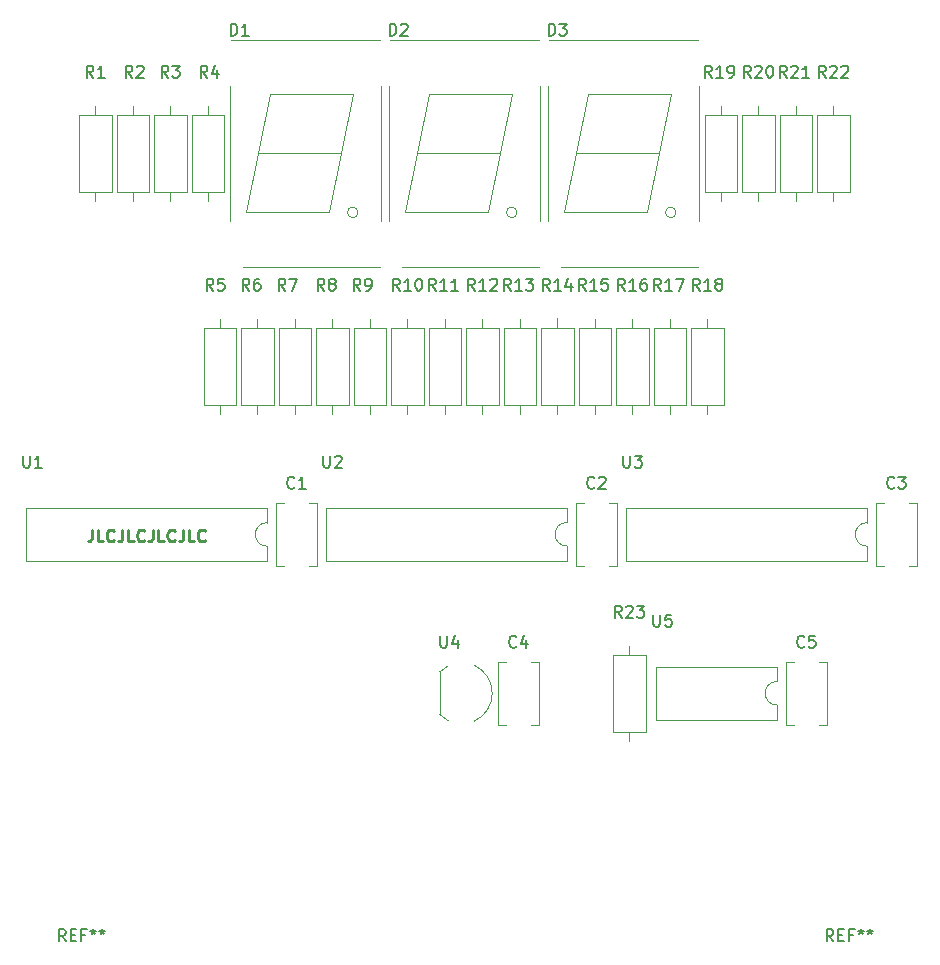
<source format=gbr>
G04 #@! TF.GenerationSoftware,KiCad,Pcbnew,7.0.10*
G04 #@! TF.CreationDate,2024-02-08T16:48:27+11:00*
G04 #@! TF.ProjectId,Desktop Thermometer USB-2,4465736b-746f-4702-9054-6865726d6f6d,rev?*
G04 #@! TF.SameCoordinates,Original*
G04 #@! TF.FileFunction,Legend,Top*
G04 #@! TF.FilePolarity,Positive*
%FSLAX46Y46*%
G04 Gerber Fmt 4.6, Leading zero omitted, Abs format (unit mm)*
G04 Created by KiCad (PCBNEW 7.0.10) date 2024-02-08 16:48:27*
%MOMM*%
%LPD*%
G01*
G04 APERTURE LIST*
%ADD10C,0.250000*%
%ADD11C,0.150000*%
%ADD12C,0.120000*%
G04 APERTURE END LIST*
D10*
X105898282Y-91814619D02*
X105898282Y-92528904D01*
X105898282Y-92528904D02*
X105850663Y-92671761D01*
X105850663Y-92671761D02*
X105755425Y-92767000D01*
X105755425Y-92767000D02*
X105612568Y-92814619D01*
X105612568Y-92814619D02*
X105517330Y-92814619D01*
X106850663Y-92814619D02*
X106374473Y-92814619D01*
X106374473Y-92814619D02*
X106374473Y-91814619D01*
X107755425Y-92719380D02*
X107707806Y-92767000D01*
X107707806Y-92767000D02*
X107564949Y-92814619D01*
X107564949Y-92814619D02*
X107469711Y-92814619D01*
X107469711Y-92814619D02*
X107326854Y-92767000D01*
X107326854Y-92767000D02*
X107231616Y-92671761D01*
X107231616Y-92671761D02*
X107183997Y-92576523D01*
X107183997Y-92576523D02*
X107136378Y-92386047D01*
X107136378Y-92386047D02*
X107136378Y-92243190D01*
X107136378Y-92243190D02*
X107183997Y-92052714D01*
X107183997Y-92052714D02*
X107231616Y-91957476D01*
X107231616Y-91957476D02*
X107326854Y-91862238D01*
X107326854Y-91862238D02*
X107469711Y-91814619D01*
X107469711Y-91814619D02*
X107564949Y-91814619D01*
X107564949Y-91814619D02*
X107707806Y-91862238D01*
X107707806Y-91862238D02*
X107755425Y-91909857D01*
X108469711Y-91814619D02*
X108469711Y-92528904D01*
X108469711Y-92528904D02*
X108422092Y-92671761D01*
X108422092Y-92671761D02*
X108326854Y-92767000D01*
X108326854Y-92767000D02*
X108183997Y-92814619D01*
X108183997Y-92814619D02*
X108088759Y-92814619D01*
X109422092Y-92814619D02*
X108945902Y-92814619D01*
X108945902Y-92814619D02*
X108945902Y-91814619D01*
X110326854Y-92719380D02*
X110279235Y-92767000D01*
X110279235Y-92767000D02*
X110136378Y-92814619D01*
X110136378Y-92814619D02*
X110041140Y-92814619D01*
X110041140Y-92814619D02*
X109898283Y-92767000D01*
X109898283Y-92767000D02*
X109803045Y-92671761D01*
X109803045Y-92671761D02*
X109755426Y-92576523D01*
X109755426Y-92576523D02*
X109707807Y-92386047D01*
X109707807Y-92386047D02*
X109707807Y-92243190D01*
X109707807Y-92243190D02*
X109755426Y-92052714D01*
X109755426Y-92052714D02*
X109803045Y-91957476D01*
X109803045Y-91957476D02*
X109898283Y-91862238D01*
X109898283Y-91862238D02*
X110041140Y-91814619D01*
X110041140Y-91814619D02*
X110136378Y-91814619D01*
X110136378Y-91814619D02*
X110279235Y-91862238D01*
X110279235Y-91862238D02*
X110326854Y-91909857D01*
X111041140Y-91814619D02*
X111041140Y-92528904D01*
X111041140Y-92528904D02*
X110993521Y-92671761D01*
X110993521Y-92671761D02*
X110898283Y-92767000D01*
X110898283Y-92767000D02*
X110755426Y-92814619D01*
X110755426Y-92814619D02*
X110660188Y-92814619D01*
X111993521Y-92814619D02*
X111517331Y-92814619D01*
X111517331Y-92814619D02*
X111517331Y-91814619D01*
X112898283Y-92719380D02*
X112850664Y-92767000D01*
X112850664Y-92767000D02*
X112707807Y-92814619D01*
X112707807Y-92814619D02*
X112612569Y-92814619D01*
X112612569Y-92814619D02*
X112469712Y-92767000D01*
X112469712Y-92767000D02*
X112374474Y-92671761D01*
X112374474Y-92671761D02*
X112326855Y-92576523D01*
X112326855Y-92576523D02*
X112279236Y-92386047D01*
X112279236Y-92386047D02*
X112279236Y-92243190D01*
X112279236Y-92243190D02*
X112326855Y-92052714D01*
X112326855Y-92052714D02*
X112374474Y-91957476D01*
X112374474Y-91957476D02*
X112469712Y-91862238D01*
X112469712Y-91862238D02*
X112612569Y-91814619D01*
X112612569Y-91814619D02*
X112707807Y-91814619D01*
X112707807Y-91814619D02*
X112850664Y-91862238D01*
X112850664Y-91862238D02*
X112898283Y-91909857D01*
X113612569Y-91814619D02*
X113612569Y-92528904D01*
X113612569Y-92528904D02*
X113564950Y-92671761D01*
X113564950Y-92671761D02*
X113469712Y-92767000D01*
X113469712Y-92767000D02*
X113326855Y-92814619D01*
X113326855Y-92814619D02*
X113231617Y-92814619D01*
X114564950Y-92814619D02*
X114088760Y-92814619D01*
X114088760Y-92814619D02*
X114088760Y-91814619D01*
X115469712Y-92719380D02*
X115422093Y-92767000D01*
X115422093Y-92767000D02*
X115279236Y-92814619D01*
X115279236Y-92814619D02*
X115183998Y-92814619D01*
X115183998Y-92814619D02*
X115041141Y-92767000D01*
X115041141Y-92767000D02*
X114945903Y-92671761D01*
X114945903Y-92671761D02*
X114898284Y-92576523D01*
X114898284Y-92576523D02*
X114850665Y-92386047D01*
X114850665Y-92386047D02*
X114850665Y-92243190D01*
X114850665Y-92243190D02*
X114898284Y-92052714D01*
X114898284Y-92052714D02*
X114945903Y-91957476D01*
X114945903Y-91957476D02*
X115041141Y-91862238D01*
X115041141Y-91862238D02*
X115183998Y-91814619D01*
X115183998Y-91814619D02*
X115279236Y-91814619D01*
X115279236Y-91814619D02*
X115422093Y-91862238D01*
X115422093Y-91862238D02*
X115469712Y-91909857D01*
D11*
X141819333Y-101705580D02*
X141771714Y-101753200D01*
X141771714Y-101753200D02*
X141628857Y-101800819D01*
X141628857Y-101800819D02*
X141533619Y-101800819D01*
X141533619Y-101800819D02*
X141390762Y-101753200D01*
X141390762Y-101753200D02*
X141295524Y-101657961D01*
X141295524Y-101657961D02*
X141247905Y-101562723D01*
X141247905Y-101562723D02*
X141200286Y-101372247D01*
X141200286Y-101372247D02*
X141200286Y-101229390D01*
X141200286Y-101229390D02*
X141247905Y-101038914D01*
X141247905Y-101038914D02*
X141295524Y-100943676D01*
X141295524Y-100943676D02*
X141390762Y-100848438D01*
X141390762Y-100848438D02*
X141533619Y-100800819D01*
X141533619Y-100800819D02*
X141628857Y-100800819D01*
X141628857Y-100800819D02*
X141771714Y-100848438D01*
X141771714Y-100848438D02*
X141819333Y-100896057D01*
X142676476Y-101134152D02*
X142676476Y-101800819D01*
X142438381Y-100753200D02*
X142200286Y-101467485D01*
X142200286Y-101467485D02*
X142819333Y-101467485D01*
X123023333Y-88243580D02*
X122975714Y-88291200D01*
X122975714Y-88291200D02*
X122832857Y-88338819D01*
X122832857Y-88338819D02*
X122737619Y-88338819D01*
X122737619Y-88338819D02*
X122594762Y-88291200D01*
X122594762Y-88291200D02*
X122499524Y-88195961D01*
X122499524Y-88195961D02*
X122451905Y-88100723D01*
X122451905Y-88100723D02*
X122404286Y-87910247D01*
X122404286Y-87910247D02*
X122404286Y-87767390D01*
X122404286Y-87767390D02*
X122451905Y-87576914D01*
X122451905Y-87576914D02*
X122499524Y-87481676D01*
X122499524Y-87481676D02*
X122594762Y-87386438D01*
X122594762Y-87386438D02*
X122737619Y-87338819D01*
X122737619Y-87338819D02*
X122832857Y-87338819D01*
X122832857Y-87338819D02*
X122975714Y-87386438D01*
X122975714Y-87386438D02*
X123023333Y-87434057D01*
X123975714Y-88338819D02*
X123404286Y-88338819D01*
X123690000Y-88338819D02*
X123690000Y-87338819D01*
X123690000Y-87338819D02*
X123594762Y-87481676D01*
X123594762Y-87481676D02*
X123499524Y-87576914D01*
X123499524Y-87576914D02*
X123404286Y-87624533D01*
X125563333Y-71574819D02*
X125230000Y-71098628D01*
X124991905Y-71574819D02*
X124991905Y-70574819D01*
X124991905Y-70574819D02*
X125372857Y-70574819D01*
X125372857Y-70574819D02*
X125468095Y-70622438D01*
X125468095Y-70622438D02*
X125515714Y-70670057D01*
X125515714Y-70670057D02*
X125563333Y-70765295D01*
X125563333Y-70765295D02*
X125563333Y-70908152D01*
X125563333Y-70908152D02*
X125515714Y-71003390D01*
X125515714Y-71003390D02*
X125468095Y-71051009D01*
X125468095Y-71051009D02*
X125372857Y-71098628D01*
X125372857Y-71098628D02*
X124991905Y-71098628D01*
X126134762Y-71003390D02*
X126039524Y-70955771D01*
X126039524Y-70955771D02*
X125991905Y-70908152D01*
X125991905Y-70908152D02*
X125944286Y-70812914D01*
X125944286Y-70812914D02*
X125944286Y-70765295D01*
X125944286Y-70765295D02*
X125991905Y-70670057D01*
X125991905Y-70670057D02*
X126039524Y-70622438D01*
X126039524Y-70622438D02*
X126134762Y-70574819D01*
X126134762Y-70574819D02*
X126325238Y-70574819D01*
X126325238Y-70574819D02*
X126420476Y-70622438D01*
X126420476Y-70622438D02*
X126468095Y-70670057D01*
X126468095Y-70670057D02*
X126515714Y-70765295D01*
X126515714Y-70765295D02*
X126515714Y-70812914D01*
X126515714Y-70812914D02*
X126468095Y-70908152D01*
X126468095Y-70908152D02*
X126420476Y-70955771D01*
X126420476Y-70955771D02*
X126325238Y-71003390D01*
X126325238Y-71003390D02*
X126134762Y-71003390D01*
X126134762Y-71003390D02*
X126039524Y-71051009D01*
X126039524Y-71051009D02*
X125991905Y-71098628D01*
X125991905Y-71098628D02*
X125944286Y-71193866D01*
X125944286Y-71193866D02*
X125944286Y-71384342D01*
X125944286Y-71384342D02*
X125991905Y-71479580D01*
X125991905Y-71479580D02*
X126039524Y-71527200D01*
X126039524Y-71527200D02*
X126134762Y-71574819D01*
X126134762Y-71574819D02*
X126325238Y-71574819D01*
X126325238Y-71574819D02*
X126420476Y-71527200D01*
X126420476Y-71527200D02*
X126468095Y-71479580D01*
X126468095Y-71479580D02*
X126515714Y-71384342D01*
X126515714Y-71384342D02*
X126515714Y-71193866D01*
X126515714Y-71193866D02*
X126468095Y-71098628D01*
X126468095Y-71098628D02*
X126420476Y-71051009D01*
X126420476Y-71051009D02*
X126325238Y-71003390D01*
X125476095Y-85560819D02*
X125476095Y-86370342D01*
X125476095Y-86370342D02*
X125523714Y-86465580D01*
X125523714Y-86465580D02*
X125571333Y-86513200D01*
X125571333Y-86513200D02*
X125666571Y-86560819D01*
X125666571Y-86560819D02*
X125857047Y-86560819D01*
X125857047Y-86560819D02*
X125952285Y-86513200D01*
X125952285Y-86513200D02*
X125999904Y-86465580D01*
X125999904Y-86465580D02*
X126047523Y-86370342D01*
X126047523Y-86370342D02*
X126047523Y-85560819D01*
X126476095Y-85656057D02*
X126523714Y-85608438D01*
X126523714Y-85608438D02*
X126618952Y-85560819D01*
X126618952Y-85560819D02*
X126857047Y-85560819D01*
X126857047Y-85560819D02*
X126952285Y-85608438D01*
X126952285Y-85608438D02*
X126999904Y-85656057D01*
X126999904Y-85656057D02*
X127047523Y-85751295D01*
X127047523Y-85751295D02*
X127047523Y-85846533D01*
X127047523Y-85846533D02*
X126999904Y-85989390D01*
X126999904Y-85989390D02*
X126428476Y-86560819D01*
X126428476Y-86560819D02*
X127047523Y-86560819D01*
X164711142Y-53540819D02*
X164377809Y-53064628D01*
X164139714Y-53540819D02*
X164139714Y-52540819D01*
X164139714Y-52540819D02*
X164520666Y-52540819D01*
X164520666Y-52540819D02*
X164615904Y-52588438D01*
X164615904Y-52588438D02*
X164663523Y-52636057D01*
X164663523Y-52636057D02*
X164711142Y-52731295D01*
X164711142Y-52731295D02*
X164711142Y-52874152D01*
X164711142Y-52874152D02*
X164663523Y-52969390D01*
X164663523Y-52969390D02*
X164615904Y-53017009D01*
X164615904Y-53017009D02*
X164520666Y-53064628D01*
X164520666Y-53064628D02*
X164139714Y-53064628D01*
X165092095Y-52636057D02*
X165139714Y-52588438D01*
X165139714Y-52588438D02*
X165234952Y-52540819D01*
X165234952Y-52540819D02*
X165473047Y-52540819D01*
X165473047Y-52540819D02*
X165568285Y-52588438D01*
X165568285Y-52588438D02*
X165615904Y-52636057D01*
X165615904Y-52636057D02*
X165663523Y-52731295D01*
X165663523Y-52731295D02*
X165663523Y-52826533D01*
X165663523Y-52826533D02*
X165615904Y-52969390D01*
X165615904Y-52969390D02*
X165044476Y-53540819D01*
X165044476Y-53540819D02*
X165663523Y-53540819D01*
X166615904Y-53540819D02*
X166044476Y-53540819D01*
X166330190Y-53540819D02*
X166330190Y-52540819D01*
X166330190Y-52540819D02*
X166234952Y-52683676D01*
X166234952Y-52683676D02*
X166139714Y-52778914D01*
X166139714Y-52778914D02*
X166044476Y-52826533D01*
X117625905Y-49984819D02*
X117625905Y-48984819D01*
X117625905Y-48984819D02*
X117864000Y-48984819D01*
X117864000Y-48984819D02*
X118006857Y-49032438D01*
X118006857Y-49032438D02*
X118102095Y-49127676D01*
X118102095Y-49127676D02*
X118149714Y-49222914D01*
X118149714Y-49222914D02*
X118197333Y-49413390D01*
X118197333Y-49413390D02*
X118197333Y-49556247D01*
X118197333Y-49556247D02*
X118149714Y-49746723D01*
X118149714Y-49746723D02*
X118102095Y-49841961D01*
X118102095Y-49841961D02*
X118006857Y-49937200D01*
X118006857Y-49937200D02*
X117864000Y-49984819D01*
X117864000Y-49984819D02*
X117625905Y-49984819D01*
X119149714Y-49984819D02*
X118578286Y-49984819D01*
X118864000Y-49984819D02*
X118864000Y-48984819D01*
X118864000Y-48984819D02*
X118768762Y-49127676D01*
X118768762Y-49127676D02*
X118673524Y-49222914D01*
X118673524Y-49222914D02*
X118578286Y-49270533D01*
X115657333Y-53540819D02*
X115324000Y-53064628D01*
X115085905Y-53540819D02*
X115085905Y-52540819D01*
X115085905Y-52540819D02*
X115466857Y-52540819D01*
X115466857Y-52540819D02*
X115562095Y-52588438D01*
X115562095Y-52588438D02*
X115609714Y-52636057D01*
X115609714Y-52636057D02*
X115657333Y-52731295D01*
X115657333Y-52731295D02*
X115657333Y-52874152D01*
X115657333Y-52874152D02*
X115609714Y-52969390D01*
X115609714Y-52969390D02*
X115562095Y-53017009D01*
X115562095Y-53017009D02*
X115466857Y-53064628D01*
X115466857Y-53064628D02*
X115085905Y-53064628D01*
X116514476Y-52874152D02*
X116514476Y-53540819D01*
X116276381Y-52493200D02*
X116038286Y-53207485D01*
X116038286Y-53207485D02*
X116657333Y-53207485D01*
X100076095Y-85560819D02*
X100076095Y-86370342D01*
X100076095Y-86370342D02*
X100123714Y-86465580D01*
X100123714Y-86465580D02*
X100171333Y-86513200D01*
X100171333Y-86513200D02*
X100266571Y-86560819D01*
X100266571Y-86560819D02*
X100457047Y-86560819D01*
X100457047Y-86560819D02*
X100552285Y-86513200D01*
X100552285Y-86513200D02*
X100599904Y-86465580D01*
X100599904Y-86465580D02*
X100647523Y-86370342D01*
X100647523Y-86370342D02*
X100647523Y-85560819D01*
X101647523Y-86560819D02*
X101076095Y-86560819D01*
X101361809Y-86560819D02*
X101361809Y-85560819D01*
X101361809Y-85560819D02*
X101266571Y-85703676D01*
X101266571Y-85703676D02*
X101171333Y-85798914D01*
X101171333Y-85798914D02*
X101076095Y-85846533D01*
X141343142Y-71574819D02*
X141009809Y-71098628D01*
X140771714Y-71574819D02*
X140771714Y-70574819D01*
X140771714Y-70574819D02*
X141152666Y-70574819D01*
X141152666Y-70574819D02*
X141247904Y-70622438D01*
X141247904Y-70622438D02*
X141295523Y-70670057D01*
X141295523Y-70670057D02*
X141343142Y-70765295D01*
X141343142Y-70765295D02*
X141343142Y-70908152D01*
X141343142Y-70908152D02*
X141295523Y-71003390D01*
X141295523Y-71003390D02*
X141247904Y-71051009D01*
X141247904Y-71051009D02*
X141152666Y-71098628D01*
X141152666Y-71098628D02*
X140771714Y-71098628D01*
X142295523Y-71574819D02*
X141724095Y-71574819D01*
X142009809Y-71574819D02*
X142009809Y-70574819D01*
X142009809Y-70574819D02*
X141914571Y-70717676D01*
X141914571Y-70717676D02*
X141819333Y-70812914D01*
X141819333Y-70812914D02*
X141724095Y-70860533D01*
X142628857Y-70574819D02*
X143247904Y-70574819D01*
X143247904Y-70574819D02*
X142914571Y-70955771D01*
X142914571Y-70955771D02*
X143057428Y-70955771D01*
X143057428Y-70955771D02*
X143152666Y-71003390D01*
X143152666Y-71003390D02*
X143200285Y-71051009D01*
X143200285Y-71051009D02*
X143247904Y-71146247D01*
X143247904Y-71146247D02*
X143247904Y-71384342D01*
X143247904Y-71384342D02*
X143200285Y-71479580D01*
X143200285Y-71479580D02*
X143152666Y-71527200D01*
X143152666Y-71527200D02*
X143057428Y-71574819D01*
X143057428Y-71574819D02*
X142771714Y-71574819D01*
X142771714Y-71574819D02*
X142676476Y-71527200D01*
X142676476Y-71527200D02*
X142628857Y-71479580D01*
X103666666Y-126654819D02*
X103333333Y-126178628D01*
X103095238Y-126654819D02*
X103095238Y-125654819D01*
X103095238Y-125654819D02*
X103476190Y-125654819D01*
X103476190Y-125654819D02*
X103571428Y-125702438D01*
X103571428Y-125702438D02*
X103619047Y-125750057D01*
X103619047Y-125750057D02*
X103666666Y-125845295D01*
X103666666Y-125845295D02*
X103666666Y-125988152D01*
X103666666Y-125988152D02*
X103619047Y-126083390D01*
X103619047Y-126083390D02*
X103571428Y-126131009D01*
X103571428Y-126131009D02*
X103476190Y-126178628D01*
X103476190Y-126178628D02*
X103095238Y-126178628D01*
X104095238Y-126131009D02*
X104428571Y-126131009D01*
X104571428Y-126654819D02*
X104095238Y-126654819D01*
X104095238Y-126654819D02*
X104095238Y-125654819D01*
X104095238Y-125654819D02*
X104571428Y-125654819D01*
X105333333Y-126131009D02*
X105000000Y-126131009D01*
X105000000Y-126654819D02*
X105000000Y-125654819D01*
X105000000Y-125654819D02*
X105476190Y-125654819D01*
X106000000Y-125654819D02*
X106000000Y-125892914D01*
X105761905Y-125797676D02*
X106000000Y-125892914D01*
X106000000Y-125892914D02*
X106238095Y-125797676D01*
X105857143Y-126083390D02*
X106000000Y-125892914D01*
X106000000Y-125892914D02*
X106142857Y-126083390D01*
X106761905Y-125654819D02*
X106761905Y-125892914D01*
X106523810Y-125797676D02*
X106761905Y-125892914D01*
X106761905Y-125892914D02*
X107000000Y-125797676D01*
X106619048Y-126083390D02*
X106761905Y-125892914D01*
X106761905Y-125892914D02*
X106904762Y-126083390D01*
X168013142Y-53540819D02*
X167679809Y-53064628D01*
X167441714Y-53540819D02*
X167441714Y-52540819D01*
X167441714Y-52540819D02*
X167822666Y-52540819D01*
X167822666Y-52540819D02*
X167917904Y-52588438D01*
X167917904Y-52588438D02*
X167965523Y-52636057D01*
X167965523Y-52636057D02*
X168013142Y-52731295D01*
X168013142Y-52731295D02*
X168013142Y-52874152D01*
X168013142Y-52874152D02*
X167965523Y-52969390D01*
X167965523Y-52969390D02*
X167917904Y-53017009D01*
X167917904Y-53017009D02*
X167822666Y-53064628D01*
X167822666Y-53064628D02*
X167441714Y-53064628D01*
X168394095Y-52636057D02*
X168441714Y-52588438D01*
X168441714Y-52588438D02*
X168536952Y-52540819D01*
X168536952Y-52540819D02*
X168775047Y-52540819D01*
X168775047Y-52540819D02*
X168870285Y-52588438D01*
X168870285Y-52588438D02*
X168917904Y-52636057D01*
X168917904Y-52636057D02*
X168965523Y-52731295D01*
X168965523Y-52731295D02*
X168965523Y-52826533D01*
X168965523Y-52826533D02*
X168917904Y-52969390D01*
X168917904Y-52969390D02*
X168346476Y-53540819D01*
X168346476Y-53540819D02*
X168965523Y-53540819D01*
X169346476Y-52636057D02*
X169394095Y-52588438D01*
X169394095Y-52588438D02*
X169489333Y-52540819D01*
X169489333Y-52540819D02*
X169727428Y-52540819D01*
X169727428Y-52540819D02*
X169822666Y-52588438D01*
X169822666Y-52588438D02*
X169870285Y-52636057D01*
X169870285Y-52636057D02*
X169917904Y-52731295D01*
X169917904Y-52731295D02*
X169917904Y-52826533D01*
X169917904Y-52826533D02*
X169870285Y-52969390D01*
X169870285Y-52969390D02*
X169298857Y-53540819D01*
X169298857Y-53540819D02*
X169917904Y-53540819D01*
X150741142Y-99260819D02*
X150407809Y-98784628D01*
X150169714Y-99260819D02*
X150169714Y-98260819D01*
X150169714Y-98260819D02*
X150550666Y-98260819D01*
X150550666Y-98260819D02*
X150645904Y-98308438D01*
X150645904Y-98308438D02*
X150693523Y-98356057D01*
X150693523Y-98356057D02*
X150741142Y-98451295D01*
X150741142Y-98451295D02*
X150741142Y-98594152D01*
X150741142Y-98594152D02*
X150693523Y-98689390D01*
X150693523Y-98689390D02*
X150645904Y-98737009D01*
X150645904Y-98737009D02*
X150550666Y-98784628D01*
X150550666Y-98784628D02*
X150169714Y-98784628D01*
X151122095Y-98356057D02*
X151169714Y-98308438D01*
X151169714Y-98308438D02*
X151264952Y-98260819D01*
X151264952Y-98260819D02*
X151503047Y-98260819D01*
X151503047Y-98260819D02*
X151598285Y-98308438D01*
X151598285Y-98308438D02*
X151645904Y-98356057D01*
X151645904Y-98356057D02*
X151693523Y-98451295D01*
X151693523Y-98451295D02*
X151693523Y-98546533D01*
X151693523Y-98546533D02*
X151645904Y-98689390D01*
X151645904Y-98689390D02*
X151074476Y-99260819D01*
X151074476Y-99260819D02*
X151693523Y-99260819D01*
X152026857Y-98260819D02*
X152645904Y-98260819D01*
X152645904Y-98260819D02*
X152312571Y-98641771D01*
X152312571Y-98641771D02*
X152455428Y-98641771D01*
X152455428Y-98641771D02*
X152550666Y-98689390D01*
X152550666Y-98689390D02*
X152598285Y-98737009D01*
X152598285Y-98737009D02*
X152645904Y-98832247D01*
X152645904Y-98832247D02*
X152645904Y-99070342D01*
X152645904Y-99070342D02*
X152598285Y-99165580D01*
X152598285Y-99165580D02*
X152550666Y-99213200D01*
X152550666Y-99213200D02*
X152455428Y-99260819D01*
X152455428Y-99260819D02*
X152169714Y-99260819D01*
X152169714Y-99260819D02*
X152074476Y-99213200D01*
X152074476Y-99213200D02*
X152026857Y-99165580D01*
X150995142Y-71574819D02*
X150661809Y-71098628D01*
X150423714Y-71574819D02*
X150423714Y-70574819D01*
X150423714Y-70574819D02*
X150804666Y-70574819D01*
X150804666Y-70574819D02*
X150899904Y-70622438D01*
X150899904Y-70622438D02*
X150947523Y-70670057D01*
X150947523Y-70670057D02*
X150995142Y-70765295D01*
X150995142Y-70765295D02*
X150995142Y-70908152D01*
X150995142Y-70908152D02*
X150947523Y-71003390D01*
X150947523Y-71003390D02*
X150899904Y-71051009D01*
X150899904Y-71051009D02*
X150804666Y-71098628D01*
X150804666Y-71098628D02*
X150423714Y-71098628D01*
X151947523Y-71574819D02*
X151376095Y-71574819D01*
X151661809Y-71574819D02*
X151661809Y-70574819D01*
X151661809Y-70574819D02*
X151566571Y-70717676D01*
X151566571Y-70717676D02*
X151471333Y-70812914D01*
X151471333Y-70812914D02*
X151376095Y-70860533D01*
X152804666Y-70574819D02*
X152614190Y-70574819D01*
X152614190Y-70574819D02*
X152518952Y-70622438D01*
X152518952Y-70622438D02*
X152471333Y-70670057D01*
X152471333Y-70670057D02*
X152376095Y-70812914D01*
X152376095Y-70812914D02*
X152328476Y-71003390D01*
X152328476Y-71003390D02*
X152328476Y-71384342D01*
X152328476Y-71384342D02*
X152376095Y-71479580D01*
X152376095Y-71479580D02*
X152423714Y-71527200D01*
X152423714Y-71527200D02*
X152518952Y-71574819D01*
X152518952Y-71574819D02*
X152709428Y-71574819D01*
X152709428Y-71574819D02*
X152804666Y-71527200D01*
X152804666Y-71527200D02*
X152852285Y-71479580D01*
X152852285Y-71479580D02*
X152899904Y-71384342D01*
X152899904Y-71384342D02*
X152899904Y-71146247D01*
X152899904Y-71146247D02*
X152852285Y-71051009D01*
X152852285Y-71051009D02*
X152804666Y-71003390D01*
X152804666Y-71003390D02*
X152709428Y-70955771D01*
X152709428Y-70955771D02*
X152518952Y-70955771D01*
X152518952Y-70955771D02*
X152423714Y-71003390D01*
X152423714Y-71003390D02*
X152376095Y-71051009D01*
X152376095Y-71051009D02*
X152328476Y-71146247D01*
X138295142Y-71574819D02*
X137961809Y-71098628D01*
X137723714Y-71574819D02*
X137723714Y-70574819D01*
X137723714Y-70574819D02*
X138104666Y-70574819D01*
X138104666Y-70574819D02*
X138199904Y-70622438D01*
X138199904Y-70622438D02*
X138247523Y-70670057D01*
X138247523Y-70670057D02*
X138295142Y-70765295D01*
X138295142Y-70765295D02*
X138295142Y-70908152D01*
X138295142Y-70908152D02*
X138247523Y-71003390D01*
X138247523Y-71003390D02*
X138199904Y-71051009D01*
X138199904Y-71051009D02*
X138104666Y-71098628D01*
X138104666Y-71098628D02*
X137723714Y-71098628D01*
X139247523Y-71574819D02*
X138676095Y-71574819D01*
X138961809Y-71574819D02*
X138961809Y-70574819D01*
X138961809Y-70574819D02*
X138866571Y-70717676D01*
X138866571Y-70717676D02*
X138771333Y-70812914D01*
X138771333Y-70812914D02*
X138676095Y-70860533D01*
X139628476Y-70670057D02*
X139676095Y-70622438D01*
X139676095Y-70622438D02*
X139771333Y-70574819D01*
X139771333Y-70574819D02*
X140009428Y-70574819D01*
X140009428Y-70574819D02*
X140104666Y-70622438D01*
X140104666Y-70622438D02*
X140152285Y-70670057D01*
X140152285Y-70670057D02*
X140199904Y-70765295D01*
X140199904Y-70765295D02*
X140199904Y-70860533D01*
X140199904Y-70860533D02*
X140152285Y-71003390D01*
X140152285Y-71003390D02*
X139580857Y-71574819D01*
X139580857Y-71574819D02*
X140199904Y-71574819D01*
X153416095Y-99022819D02*
X153416095Y-99832342D01*
X153416095Y-99832342D02*
X153463714Y-99927580D01*
X153463714Y-99927580D02*
X153511333Y-99975200D01*
X153511333Y-99975200D02*
X153606571Y-100022819D01*
X153606571Y-100022819D02*
X153797047Y-100022819D01*
X153797047Y-100022819D02*
X153892285Y-99975200D01*
X153892285Y-99975200D02*
X153939904Y-99927580D01*
X153939904Y-99927580D02*
X153987523Y-99832342D01*
X153987523Y-99832342D02*
X153987523Y-99022819D01*
X154939904Y-99022819D02*
X154463714Y-99022819D01*
X154463714Y-99022819D02*
X154416095Y-99499009D01*
X154416095Y-99499009D02*
X154463714Y-99451390D01*
X154463714Y-99451390D02*
X154558952Y-99403771D01*
X154558952Y-99403771D02*
X154797047Y-99403771D01*
X154797047Y-99403771D02*
X154892285Y-99451390D01*
X154892285Y-99451390D02*
X154939904Y-99499009D01*
X154939904Y-99499009D02*
X154987523Y-99594247D01*
X154987523Y-99594247D02*
X154987523Y-99832342D01*
X154987523Y-99832342D02*
X154939904Y-99927580D01*
X154939904Y-99927580D02*
X154892285Y-99975200D01*
X154892285Y-99975200D02*
X154797047Y-100022819D01*
X154797047Y-100022819D02*
X154558952Y-100022819D01*
X154558952Y-100022819D02*
X154463714Y-99975200D01*
X154463714Y-99975200D02*
X154416095Y-99927580D01*
X112355333Y-53540819D02*
X112022000Y-53064628D01*
X111783905Y-53540819D02*
X111783905Y-52540819D01*
X111783905Y-52540819D02*
X112164857Y-52540819D01*
X112164857Y-52540819D02*
X112260095Y-52588438D01*
X112260095Y-52588438D02*
X112307714Y-52636057D01*
X112307714Y-52636057D02*
X112355333Y-52731295D01*
X112355333Y-52731295D02*
X112355333Y-52874152D01*
X112355333Y-52874152D02*
X112307714Y-52969390D01*
X112307714Y-52969390D02*
X112260095Y-53017009D01*
X112260095Y-53017009D02*
X112164857Y-53064628D01*
X112164857Y-53064628D02*
X111783905Y-53064628D01*
X112688667Y-52540819D02*
X113307714Y-52540819D01*
X113307714Y-52540819D02*
X112974381Y-52921771D01*
X112974381Y-52921771D02*
X113117238Y-52921771D01*
X113117238Y-52921771D02*
X113212476Y-52969390D01*
X113212476Y-52969390D02*
X113260095Y-53017009D01*
X113260095Y-53017009D02*
X113307714Y-53112247D01*
X113307714Y-53112247D02*
X113307714Y-53350342D01*
X113307714Y-53350342D02*
X113260095Y-53445580D01*
X113260095Y-53445580D02*
X113212476Y-53493200D01*
X113212476Y-53493200D02*
X113117238Y-53540819D01*
X113117238Y-53540819D02*
X112831524Y-53540819D01*
X112831524Y-53540819D02*
X112736286Y-53493200D01*
X112736286Y-53493200D02*
X112688667Y-53445580D01*
X116165333Y-71574819D02*
X115832000Y-71098628D01*
X115593905Y-71574819D02*
X115593905Y-70574819D01*
X115593905Y-70574819D02*
X115974857Y-70574819D01*
X115974857Y-70574819D02*
X116070095Y-70622438D01*
X116070095Y-70622438D02*
X116117714Y-70670057D01*
X116117714Y-70670057D02*
X116165333Y-70765295D01*
X116165333Y-70765295D02*
X116165333Y-70908152D01*
X116165333Y-70908152D02*
X116117714Y-71003390D01*
X116117714Y-71003390D02*
X116070095Y-71051009D01*
X116070095Y-71051009D02*
X115974857Y-71098628D01*
X115974857Y-71098628D02*
X115593905Y-71098628D01*
X117070095Y-70574819D02*
X116593905Y-70574819D01*
X116593905Y-70574819D02*
X116546286Y-71051009D01*
X116546286Y-71051009D02*
X116593905Y-71003390D01*
X116593905Y-71003390D02*
X116689143Y-70955771D01*
X116689143Y-70955771D02*
X116927238Y-70955771D01*
X116927238Y-70955771D02*
X117022476Y-71003390D01*
X117022476Y-71003390D02*
X117070095Y-71051009D01*
X117070095Y-71051009D02*
X117117714Y-71146247D01*
X117117714Y-71146247D02*
X117117714Y-71384342D01*
X117117714Y-71384342D02*
X117070095Y-71479580D01*
X117070095Y-71479580D02*
X117022476Y-71527200D01*
X117022476Y-71527200D02*
X116927238Y-71574819D01*
X116927238Y-71574819D02*
X116689143Y-71574819D01*
X116689143Y-71574819D02*
X116593905Y-71527200D01*
X116593905Y-71527200D02*
X116546286Y-71479580D01*
X128611333Y-71574819D02*
X128278000Y-71098628D01*
X128039905Y-71574819D02*
X128039905Y-70574819D01*
X128039905Y-70574819D02*
X128420857Y-70574819D01*
X128420857Y-70574819D02*
X128516095Y-70622438D01*
X128516095Y-70622438D02*
X128563714Y-70670057D01*
X128563714Y-70670057D02*
X128611333Y-70765295D01*
X128611333Y-70765295D02*
X128611333Y-70908152D01*
X128611333Y-70908152D02*
X128563714Y-71003390D01*
X128563714Y-71003390D02*
X128516095Y-71051009D01*
X128516095Y-71051009D02*
X128420857Y-71098628D01*
X128420857Y-71098628D02*
X128039905Y-71098628D01*
X129087524Y-71574819D02*
X129278000Y-71574819D01*
X129278000Y-71574819D02*
X129373238Y-71527200D01*
X129373238Y-71527200D02*
X129420857Y-71479580D01*
X129420857Y-71479580D02*
X129516095Y-71336723D01*
X129516095Y-71336723D02*
X129563714Y-71146247D01*
X129563714Y-71146247D02*
X129563714Y-70765295D01*
X129563714Y-70765295D02*
X129516095Y-70670057D01*
X129516095Y-70670057D02*
X129468476Y-70622438D01*
X129468476Y-70622438D02*
X129373238Y-70574819D01*
X129373238Y-70574819D02*
X129182762Y-70574819D01*
X129182762Y-70574819D02*
X129087524Y-70622438D01*
X129087524Y-70622438D02*
X129039905Y-70670057D01*
X129039905Y-70670057D02*
X128992286Y-70765295D01*
X128992286Y-70765295D02*
X128992286Y-71003390D01*
X128992286Y-71003390D02*
X129039905Y-71098628D01*
X129039905Y-71098628D02*
X129087524Y-71146247D01*
X129087524Y-71146247D02*
X129182762Y-71193866D01*
X129182762Y-71193866D02*
X129373238Y-71193866D01*
X129373238Y-71193866D02*
X129468476Y-71146247D01*
X129468476Y-71146247D02*
X129516095Y-71098628D01*
X129516095Y-71098628D02*
X129563714Y-71003390D01*
X134993142Y-71574819D02*
X134659809Y-71098628D01*
X134421714Y-71574819D02*
X134421714Y-70574819D01*
X134421714Y-70574819D02*
X134802666Y-70574819D01*
X134802666Y-70574819D02*
X134897904Y-70622438D01*
X134897904Y-70622438D02*
X134945523Y-70670057D01*
X134945523Y-70670057D02*
X134993142Y-70765295D01*
X134993142Y-70765295D02*
X134993142Y-70908152D01*
X134993142Y-70908152D02*
X134945523Y-71003390D01*
X134945523Y-71003390D02*
X134897904Y-71051009D01*
X134897904Y-71051009D02*
X134802666Y-71098628D01*
X134802666Y-71098628D02*
X134421714Y-71098628D01*
X135945523Y-71574819D02*
X135374095Y-71574819D01*
X135659809Y-71574819D02*
X135659809Y-70574819D01*
X135659809Y-70574819D02*
X135564571Y-70717676D01*
X135564571Y-70717676D02*
X135469333Y-70812914D01*
X135469333Y-70812914D02*
X135374095Y-70860533D01*
X136897904Y-71574819D02*
X136326476Y-71574819D01*
X136612190Y-71574819D02*
X136612190Y-70574819D01*
X136612190Y-70574819D02*
X136516952Y-70717676D01*
X136516952Y-70717676D02*
X136421714Y-70812914D01*
X136421714Y-70812914D02*
X136326476Y-70860533D01*
X150876095Y-85560819D02*
X150876095Y-86370342D01*
X150876095Y-86370342D02*
X150923714Y-86465580D01*
X150923714Y-86465580D02*
X150971333Y-86513200D01*
X150971333Y-86513200D02*
X151066571Y-86560819D01*
X151066571Y-86560819D02*
X151257047Y-86560819D01*
X151257047Y-86560819D02*
X151352285Y-86513200D01*
X151352285Y-86513200D02*
X151399904Y-86465580D01*
X151399904Y-86465580D02*
X151447523Y-86370342D01*
X151447523Y-86370342D02*
X151447523Y-85560819D01*
X151828476Y-85560819D02*
X152447523Y-85560819D01*
X152447523Y-85560819D02*
X152114190Y-85941771D01*
X152114190Y-85941771D02*
X152257047Y-85941771D01*
X152257047Y-85941771D02*
X152352285Y-85989390D01*
X152352285Y-85989390D02*
X152399904Y-86037009D01*
X152399904Y-86037009D02*
X152447523Y-86132247D01*
X152447523Y-86132247D02*
X152447523Y-86370342D01*
X152447523Y-86370342D02*
X152399904Y-86465580D01*
X152399904Y-86465580D02*
X152352285Y-86513200D01*
X152352285Y-86513200D02*
X152257047Y-86560819D01*
X152257047Y-86560819D02*
X151971333Y-86560819D01*
X151971333Y-86560819D02*
X151876095Y-86513200D01*
X151876095Y-86513200D02*
X151828476Y-86465580D01*
X135382095Y-100800819D02*
X135382095Y-101610342D01*
X135382095Y-101610342D02*
X135429714Y-101705580D01*
X135429714Y-101705580D02*
X135477333Y-101753200D01*
X135477333Y-101753200D02*
X135572571Y-101800819D01*
X135572571Y-101800819D02*
X135763047Y-101800819D01*
X135763047Y-101800819D02*
X135858285Y-101753200D01*
X135858285Y-101753200D02*
X135905904Y-101705580D01*
X135905904Y-101705580D02*
X135953523Y-101610342D01*
X135953523Y-101610342D02*
X135953523Y-100800819D01*
X136858285Y-101134152D02*
X136858285Y-101800819D01*
X136620190Y-100753200D02*
X136382095Y-101467485D01*
X136382095Y-101467485D02*
X137001142Y-101467485D01*
X158361142Y-53540819D02*
X158027809Y-53064628D01*
X157789714Y-53540819D02*
X157789714Y-52540819D01*
X157789714Y-52540819D02*
X158170666Y-52540819D01*
X158170666Y-52540819D02*
X158265904Y-52588438D01*
X158265904Y-52588438D02*
X158313523Y-52636057D01*
X158313523Y-52636057D02*
X158361142Y-52731295D01*
X158361142Y-52731295D02*
X158361142Y-52874152D01*
X158361142Y-52874152D02*
X158313523Y-52969390D01*
X158313523Y-52969390D02*
X158265904Y-53017009D01*
X158265904Y-53017009D02*
X158170666Y-53064628D01*
X158170666Y-53064628D02*
X157789714Y-53064628D01*
X159313523Y-53540819D02*
X158742095Y-53540819D01*
X159027809Y-53540819D02*
X159027809Y-52540819D01*
X159027809Y-52540819D02*
X158932571Y-52683676D01*
X158932571Y-52683676D02*
X158837333Y-52778914D01*
X158837333Y-52778914D02*
X158742095Y-52826533D01*
X159789714Y-53540819D02*
X159980190Y-53540819D01*
X159980190Y-53540819D02*
X160075428Y-53493200D01*
X160075428Y-53493200D02*
X160123047Y-53445580D01*
X160123047Y-53445580D02*
X160218285Y-53302723D01*
X160218285Y-53302723D02*
X160265904Y-53112247D01*
X160265904Y-53112247D02*
X160265904Y-52731295D01*
X160265904Y-52731295D02*
X160218285Y-52636057D01*
X160218285Y-52636057D02*
X160170666Y-52588438D01*
X160170666Y-52588438D02*
X160075428Y-52540819D01*
X160075428Y-52540819D02*
X159884952Y-52540819D01*
X159884952Y-52540819D02*
X159789714Y-52588438D01*
X159789714Y-52588438D02*
X159742095Y-52636057D01*
X159742095Y-52636057D02*
X159694476Y-52731295D01*
X159694476Y-52731295D02*
X159694476Y-52969390D01*
X159694476Y-52969390D02*
X159742095Y-53064628D01*
X159742095Y-53064628D02*
X159789714Y-53112247D01*
X159789714Y-53112247D02*
X159884952Y-53159866D01*
X159884952Y-53159866D02*
X160075428Y-53159866D01*
X160075428Y-53159866D02*
X160170666Y-53112247D01*
X160170666Y-53112247D02*
X160218285Y-53064628D01*
X160218285Y-53064628D02*
X160265904Y-52969390D01*
X144549905Y-49984819D02*
X144549905Y-48984819D01*
X144549905Y-48984819D02*
X144788000Y-48984819D01*
X144788000Y-48984819D02*
X144930857Y-49032438D01*
X144930857Y-49032438D02*
X145026095Y-49127676D01*
X145026095Y-49127676D02*
X145073714Y-49222914D01*
X145073714Y-49222914D02*
X145121333Y-49413390D01*
X145121333Y-49413390D02*
X145121333Y-49556247D01*
X145121333Y-49556247D02*
X145073714Y-49746723D01*
X145073714Y-49746723D02*
X145026095Y-49841961D01*
X145026095Y-49841961D02*
X144930857Y-49937200D01*
X144930857Y-49937200D02*
X144788000Y-49984819D01*
X144788000Y-49984819D02*
X144549905Y-49984819D01*
X145454667Y-48984819D02*
X146073714Y-48984819D01*
X146073714Y-48984819D02*
X145740381Y-49365771D01*
X145740381Y-49365771D02*
X145883238Y-49365771D01*
X145883238Y-49365771D02*
X145978476Y-49413390D01*
X145978476Y-49413390D02*
X146026095Y-49461009D01*
X146026095Y-49461009D02*
X146073714Y-49556247D01*
X146073714Y-49556247D02*
X146073714Y-49794342D01*
X146073714Y-49794342D02*
X146026095Y-49889580D01*
X146026095Y-49889580D02*
X145978476Y-49937200D01*
X145978476Y-49937200D02*
X145883238Y-49984819D01*
X145883238Y-49984819D02*
X145597524Y-49984819D01*
X145597524Y-49984819D02*
X145502286Y-49937200D01*
X145502286Y-49937200D02*
X145454667Y-49889580D01*
X148423333Y-88243580D02*
X148375714Y-88291200D01*
X148375714Y-88291200D02*
X148232857Y-88338819D01*
X148232857Y-88338819D02*
X148137619Y-88338819D01*
X148137619Y-88338819D02*
X147994762Y-88291200D01*
X147994762Y-88291200D02*
X147899524Y-88195961D01*
X147899524Y-88195961D02*
X147851905Y-88100723D01*
X147851905Y-88100723D02*
X147804286Y-87910247D01*
X147804286Y-87910247D02*
X147804286Y-87767390D01*
X147804286Y-87767390D02*
X147851905Y-87576914D01*
X147851905Y-87576914D02*
X147899524Y-87481676D01*
X147899524Y-87481676D02*
X147994762Y-87386438D01*
X147994762Y-87386438D02*
X148137619Y-87338819D01*
X148137619Y-87338819D02*
X148232857Y-87338819D01*
X148232857Y-87338819D02*
X148375714Y-87386438D01*
X148375714Y-87386438D02*
X148423333Y-87434057D01*
X148804286Y-87434057D02*
X148851905Y-87386438D01*
X148851905Y-87386438D02*
X148947143Y-87338819D01*
X148947143Y-87338819D02*
X149185238Y-87338819D01*
X149185238Y-87338819D02*
X149280476Y-87386438D01*
X149280476Y-87386438D02*
X149328095Y-87434057D01*
X149328095Y-87434057D02*
X149375714Y-87529295D01*
X149375714Y-87529295D02*
X149375714Y-87624533D01*
X149375714Y-87624533D02*
X149328095Y-87767390D01*
X149328095Y-87767390D02*
X148756667Y-88338819D01*
X148756667Y-88338819D02*
X149375714Y-88338819D01*
X144645142Y-71574819D02*
X144311809Y-71098628D01*
X144073714Y-71574819D02*
X144073714Y-70574819D01*
X144073714Y-70574819D02*
X144454666Y-70574819D01*
X144454666Y-70574819D02*
X144549904Y-70622438D01*
X144549904Y-70622438D02*
X144597523Y-70670057D01*
X144597523Y-70670057D02*
X144645142Y-70765295D01*
X144645142Y-70765295D02*
X144645142Y-70908152D01*
X144645142Y-70908152D02*
X144597523Y-71003390D01*
X144597523Y-71003390D02*
X144549904Y-71051009D01*
X144549904Y-71051009D02*
X144454666Y-71098628D01*
X144454666Y-71098628D02*
X144073714Y-71098628D01*
X145597523Y-71574819D02*
X145026095Y-71574819D01*
X145311809Y-71574819D02*
X145311809Y-70574819D01*
X145311809Y-70574819D02*
X145216571Y-70717676D01*
X145216571Y-70717676D02*
X145121333Y-70812914D01*
X145121333Y-70812914D02*
X145026095Y-70860533D01*
X146454666Y-70908152D02*
X146454666Y-71574819D01*
X146216571Y-70527200D02*
X145978476Y-71241485D01*
X145978476Y-71241485D02*
X146597523Y-71241485D01*
X119213333Y-71574819D02*
X118880000Y-71098628D01*
X118641905Y-71574819D02*
X118641905Y-70574819D01*
X118641905Y-70574819D02*
X119022857Y-70574819D01*
X119022857Y-70574819D02*
X119118095Y-70622438D01*
X119118095Y-70622438D02*
X119165714Y-70670057D01*
X119165714Y-70670057D02*
X119213333Y-70765295D01*
X119213333Y-70765295D02*
X119213333Y-70908152D01*
X119213333Y-70908152D02*
X119165714Y-71003390D01*
X119165714Y-71003390D02*
X119118095Y-71051009D01*
X119118095Y-71051009D02*
X119022857Y-71098628D01*
X119022857Y-71098628D02*
X118641905Y-71098628D01*
X120070476Y-70574819D02*
X119880000Y-70574819D01*
X119880000Y-70574819D02*
X119784762Y-70622438D01*
X119784762Y-70622438D02*
X119737143Y-70670057D01*
X119737143Y-70670057D02*
X119641905Y-70812914D01*
X119641905Y-70812914D02*
X119594286Y-71003390D01*
X119594286Y-71003390D02*
X119594286Y-71384342D01*
X119594286Y-71384342D02*
X119641905Y-71479580D01*
X119641905Y-71479580D02*
X119689524Y-71527200D01*
X119689524Y-71527200D02*
X119784762Y-71574819D01*
X119784762Y-71574819D02*
X119975238Y-71574819D01*
X119975238Y-71574819D02*
X120070476Y-71527200D01*
X120070476Y-71527200D02*
X120118095Y-71479580D01*
X120118095Y-71479580D02*
X120165714Y-71384342D01*
X120165714Y-71384342D02*
X120165714Y-71146247D01*
X120165714Y-71146247D02*
X120118095Y-71051009D01*
X120118095Y-71051009D02*
X120070476Y-71003390D01*
X120070476Y-71003390D02*
X119975238Y-70955771D01*
X119975238Y-70955771D02*
X119784762Y-70955771D01*
X119784762Y-70955771D02*
X119689524Y-71003390D01*
X119689524Y-71003390D02*
X119641905Y-71051009D01*
X119641905Y-71051009D02*
X119594286Y-71146247D01*
X131087905Y-49984819D02*
X131087905Y-48984819D01*
X131087905Y-48984819D02*
X131326000Y-48984819D01*
X131326000Y-48984819D02*
X131468857Y-49032438D01*
X131468857Y-49032438D02*
X131564095Y-49127676D01*
X131564095Y-49127676D02*
X131611714Y-49222914D01*
X131611714Y-49222914D02*
X131659333Y-49413390D01*
X131659333Y-49413390D02*
X131659333Y-49556247D01*
X131659333Y-49556247D02*
X131611714Y-49746723D01*
X131611714Y-49746723D02*
X131564095Y-49841961D01*
X131564095Y-49841961D02*
X131468857Y-49937200D01*
X131468857Y-49937200D02*
X131326000Y-49984819D01*
X131326000Y-49984819D02*
X131087905Y-49984819D01*
X132040286Y-49080057D02*
X132087905Y-49032438D01*
X132087905Y-49032438D02*
X132183143Y-48984819D01*
X132183143Y-48984819D02*
X132421238Y-48984819D01*
X132421238Y-48984819D02*
X132516476Y-49032438D01*
X132516476Y-49032438D02*
X132564095Y-49080057D01*
X132564095Y-49080057D02*
X132611714Y-49175295D01*
X132611714Y-49175295D02*
X132611714Y-49270533D01*
X132611714Y-49270533D02*
X132564095Y-49413390D01*
X132564095Y-49413390D02*
X131992667Y-49984819D01*
X131992667Y-49984819D02*
X132611714Y-49984819D01*
X161663142Y-53540819D02*
X161329809Y-53064628D01*
X161091714Y-53540819D02*
X161091714Y-52540819D01*
X161091714Y-52540819D02*
X161472666Y-52540819D01*
X161472666Y-52540819D02*
X161567904Y-52588438D01*
X161567904Y-52588438D02*
X161615523Y-52636057D01*
X161615523Y-52636057D02*
X161663142Y-52731295D01*
X161663142Y-52731295D02*
X161663142Y-52874152D01*
X161663142Y-52874152D02*
X161615523Y-52969390D01*
X161615523Y-52969390D02*
X161567904Y-53017009D01*
X161567904Y-53017009D02*
X161472666Y-53064628D01*
X161472666Y-53064628D02*
X161091714Y-53064628D01*
X162044095Y-52636057D02*
X162091714Y-52588438D01*
X162091714Y-52588438D02*
X162186952Y-52540819D01*
X162186952Y-52540819D02*
X162425047Y-52540819D01*
X162425047Y-52540819D02*
X162520285Y-52588438D01*
X162520285Y-52588438D02*
X162567904Y-52636057D01*
X162567904Y-52636057D02*
X162615523Y-52731295D01*
X162615523Y-52731295D02*
X162615523Y-52826533D01*
X162615523Y-52826533D02*
X162567904Y-52969390D01*
X162567904Y-52969390D02*
X161996476Y-53540819D01*
X161996476Y-53540819D02*
X162615523Y-53540819D01*
X163234571Y-52540819D02*
X163329809Y-52540819D01*
X163329809Y-52540819D02*
X163425047Y-52588438D01*
X163425047Y-52588438D02*
X163472666Y-52636057D01*
X163472666Y-52636057D02*
X163520285Y-52731295D01*
X163520285Y-52731295D02*
X163567904Y-52921771D01*
X163567904Y-52921771D02*
X163567904Y-53159866D01*
X163567904Y-53159866D02*
X163520285Y-53350342D01*
X163520285Y-53350342D02*
X163472666Y-53445580D01*
X163472666Y-53445580D02*
X163425047Y-53493200D01*
X163425047Y-53493200D02*
X163329809Y-53540819D01*
X163329809Y-53540819D02*
X163234571Y-53540819D01*
X163234571Y-53540819D02*
X163139333Y-53493200D01*
X163139333Y-53493200D02*
X163091714Y-53445580D01*
X163091714Y-53445580D02*
X163044095Y-53350342D01*
X163044095Y-53350342D02*
X162996476Y-53159866D01*
X162996476Y-53159866D02*
X162996476Y-52921771D01*
X162996476Y-52921771D02*
X163044095Y-52731295D01*
X163044095Y-52731295D02*
X163091714Y-52636057D01*
X163091714Y-52636057D02*
X163139333Y-52588438D01*
X163139333Y-52588438D02*
X163234571Y-52540819D01*
X131945142Y-71574819D02*
X131611809Y-71098628D01*
X131373714Y-71574819D02*
X131373714Y-70574819D01*
X131373714Y-70574819D02*
X131754666Y-70574819D01*
X131754666Y-70574819D02*
X131849904Y-70622438D01*
X131849904Y-70622438D02*
X131897523Y-70670057D01*
X131897523Y-70670057D02*
X131945142Y-70765295D01*
X131945142Y-70765295D02*
X131945142Y-70908152D01*
X131945142Y-70908152D02*
X131897523Y-71003390D01*
X131897523Y-71003390D02*
X131849904Y-71051009D01*
X131849904Y-71051009D02*
X131754666Y-71098628D01*
X131754666Y-71098628D02*
X131373714Y-71098628D01*
X132897523Y-71574819D02*
X132326095Y-71574819D01*
X132611809Y-71574819D02*
X132611809Y-70574819D01*
X132611809Y-70574819D02*
X132516571Y-70717676D01*
X132516571Y-70717676D02*
X132421333Y-70812914D01*
X132421333Y-70812914D02*
X132326095Y-70860533D01*
X133516571Y-70574819D02*
X133611809Y-70574819D01*
X133611809Y-70574819D02*
X133707047Y-70622438D01*
X133707047Y-70622438D02*
X133754666Y-70670057D01*
X133754666Y-70670057D02*
X133802285Y-70765295D01*
X133802285Y-70765295D02*
X133849904Y-70955771D01*
X133849904Y-70955771D02*
X133849904Y-71193866D01*
X133849904Y-71193866D02*
X133802285Y-71384342D01*
X133802285Y-71384342D02*
X133754666Y-71479580D01*
X133754666Y-71479580D02*
X133707047Y-71527200D01*
X133707047Y-71527200D02*
X133611809Y-71574819D01*
X133611809Y-71574819D02*
X133516571Y-71574819D01*
X133516571Y-71574819D02*
X133421333Y-71527200D01*
X133421333Y-71527200D02*
X133373714Y-71479580D01*
X133373714Y-71479580D02*
X133326095Y-71384342D01*
X133326095Y-71384342D02*
X133278476Y-71193866D01*
X133278476Y-71193866D02*
X133278476Y-70955771D01*
X133278476Y-70955771D02*
X133326095Y-70765295D01*
X133326095Y-70765295D02*
X133373714Y-70670057D01*
X133373714Y-70670057D02*
X133421333Y-70622438D01*
X133421333Y-70622438D02*
X133516571Y-70574819D01*
X109307333Y-53540819D02*
X108974000Y-53064628D01*
X108735905Y-53540819D02*
X108735905Y-52540819D01*
X108735905Y-52540819D02*
X109116857Y-52540819D01*
X109116857Y-52540819D02*
X109212095Y-52588438D01*
X109212095Y-52588438D02*
X109259714Y-52636057D01*
X109259714Y-52636057D02*
X109307333Y-52731295D01*
X109307333Y-52731295D02*
X109307333Y-52874152D01*
X109307333Y-52874152D02*
X109259714Y-52969390D01*
X109259714Y-52969390D02*
X109212095Y-53017009D01*
X109212095Y-53017009D02*
X109116857Y-53064628D01*
X109116857Y-53064628D02*
X108735905Y-53064628D01*
X109688286Y-52636057D02*
X109735905Y-52588438D01*
X109735905Y-52588438D02*
X109831143Y-52540819D01*
X109831143Y-52540819D02*
X110069238Y-52540819D01*
X110069238Y-52540819D02*
X110164476Y-52588438D01*
X110164476Y-52588438D02*
X110212095Y-52636057D01*
X110212095Y-52636057D02*
X110259714Y-52731295D01*
X110259714Y-52731295D02*
X110259714Y-52826533D01*
X110259714Y-52826533D02*
X110212095Y-52969390D01*
X110212095Y-52969390D02*
X109640667Y-53540819D01*
X109640667Y-53540819D02*
X110259714Y-53540819D01*
X157345142Y-71574819D02*
X157011809Y-71098628D01*
X156773714Y-71574819D02*
X156773714Y-70574819D01*
X156773714Y-70574819D02*
X157154666Y-70574819D01*
X157154666Y-70574819D02*
X157249904Y-70622438D01*
X157249904Y-70622438D02*
X157297523Y-70670057D01*
X157297523Y-70670057D02*
X157345142Y-70765295D01*
X157345142Y-70765295D02*
X157345142Y-70908152D01*
X157345142Y-70908152D02*
X157297523Y-71003390D01*
X157297523Y-71003390D02*
X157249904Y-71051009D01*
X157249904Y-71051009D02*
X157154666Y-71098628D01*
X157154666Y-71098628D02*
X156773714Y-71098628D01*
X158297523Y-71574819D02*
X157726095Y-71574819D01*
X158011809Y-71574819D02*
X158011809Y-70574819D01*
X158011809Y-70574819D02*
X157916571Y-70717676D01*
X157916571Y-70717676D02*
X157821333Y-70812914D01*
X157821333Y-70812914D02*
X157726095Y-70860533D01*
X158868952Y-71003390D02*
X158773714Y-70955771D01*
X158773714Y-70955771D02*
X158726095Y-70908152D01*
X158726095Y-70908152D02*
X158678476Y-70812914D01*
X158678476Y-70812914D02*
X158678476Y-70765295D01*
X158678476Y-70765295D02*
X158726095Y-70670057D01*
X158726095Y-70670057D02*
X158773714Y-70622438D01*
X158773714Y-70622438D02*
X158868952Y-70574819D01*
X158868952Y-70574819D02*
X159059428Y-70574819D01*
X159059428Y-70574819D02*
X159154666Y-70622438D01*
X159154666Y-70622438D02*
X159202285Y-70670057D01*
X159202285Y-70670057D02*
X159249904Y-70765295D01*
X159249904Y-70765295D02*
X159249904Y-70812914D01*
X159249904Y-70812914D02*
X159202285Y-70908152D01*
X159202285Y-70908152D02*
X159154666Y-70955771D01*
X159154666Y-70955771D02*
X159059428Y-71003390D01*
X159059428Y-71003390D02*
X158868952Y-71003390D01*
X158868952Y-71003390D02*
X158773714Y-71051009D01*
X158773714Y-71051009D02*
X158726095Y-71098628D01*
X158726095Y-71098628D02*
X158678476Y-71193866D01*
X158678476Y-71193866D02*
X158678476Y-71384342D01*
X158678476Y-71384342D02*
X158726095Y-71479580D01*
X158726095Y-71479580D02*
X158773714Y-71527200D01*
X158773714Y-71527200D02*
X158868952Y-71574819D01*
X158868952Y-71574819D02*
X159059428Y-71574819D01*
X159059428Y-71574819D02*
X159154666Y-71527200D01*
X159154666Y-71527200D02*
X159202285Y-71479580D01*
X159202285Y-71479580D02*
X159249904Y-71384342D01*
X159249904Y-71384342D02*
X159249904Y-71193866D01*
X159249904Y-71193866D02*
X159202285Y-71098628D01*
X159202285Y-71098628D02*
X159154666Y-71051009D01*
X159154666Y-71051009D02*
X159059428Y-71003390D01*
X173823333Y-88243580D02*
X173775714Y-88291200D01*
X173775714Y-88291200D02*
X173632857Y-88338819D01*
X173632857Y-88338819D02*
X173537619Y-88338819D01*
X173537619Y-88338819D02*
X173394762Y-88291200D01*
X173394762Y-88291200D02*
X173299524Y-88195961D01*
X173299524Y-88195961D02*
X173251905Y-88100723D01*
X173251905Y-88100723D02*
X173204286Y-87910247D01*
X173204286Y-87910247D02*
X173204286Y-87767390D01*
X173204286Y-87767390D02*
X173251905Y-87576914D01*
X173251905Y-87576914D02*
X173299524Y-87481676D01*
X173299524Y-87481676D02*
X173394762Y-87386438D01*
X173394762Y-87386438D02*
X173537619Y-87338819D01*
X173537619Y-87338819D02*
X173632857Y-87338819D01*
X173632857Y-87338819D02*
X173775714Y-87386438D01*
X173775714Y-87386438D02*
X173823333Y-87434057D01*
X174156667Y-87338819D02*
X174775714Y-87338819D01*
X174775714Y-87338819D02*
X174442381Y-87719771D01*
X174442381Y-87719771D02*
X174585238Y-87719771D01*
X174585238Y-87719771D02*
X174680476Y-87767390D01*
X174680476Y-87767390D02*
X174728095Y-87815009D01*
X174728095Y-87815009D02*
X174775714Y-87910247D01*
X174775714Y-87910247D02*
X174775714Y-88148342D01*
X174775714Y-88148342D02*
X174728095Y-88243580D01*
X174728095Y-88243580D02*
X174680476Y-88291200D01*
X174680476Y-88291200D02*
X174585238Y-88338819D01*
X174585238Y-88338819D02*
X174299524Y-88338819D01*
X174299524Y-88338819D02*
X174204286Y-88291200D01*
X174204286Y-88291200D02*
X174156667Y-88243580D01*
X147693142Y-71574819D02*
X147359809Y-71098628D01*
X147121714Y-71574819D02*
X147121714Y-70574819D01*
X147121714Y-70574819D02*
X147502666Y-70574819D01*
X147502666Y-70574819D02*
X147597904Y-70622438D01*
X147597904Y-70622438D02*
X147645523Y-70670057D01*
X147645523Y-70670057D02*
X147693142Y-70765295D01*
X147693142Y-70765295D02*
X147693142Y-70908152D01*
X147693142Y-70908152D02*
X147645523Y-71003390D01*
X147645523Y-71003390D02*
X147597904Y-71051009D01*
X147597904Y-71051009D02*
X147502666Y-71098628D01*
X147502666Y-71098628D02*
X147121714Y-71098628D01*
X148645523Y-71574819D02*
X148074095Y-71574819D01*
X148359809Y-71574819D02*
X148359809Y-70574819D01*
X148359809Y-70574819D02*
X148264571Y-70717676D01*
X148264571Y-70717676D02*
X148169333Y-70812914D01*
X148169333Y-70812914D02*
X148074095Y-70860533D01*
X149550285Y-70574819D02*
X149074095Y-70574819D01*
X149074095Y-70574819D02*
X149026476Y-71051009D01*
X149026476Y-71051009D02*
X149074095Y-71003390D01*
X149074095Y-71003390D02*
X149169333Y-70955771D01*
X149169333Y-70955771D02*
X149407428Y-70955771D01*
X149407428Y-70955771D02*
X149502666Y-71003390D01*
X149502666Y-71003390D02*
X149550285Y-71051009D01*
X149550285Y-71051009D02*
X149597904Y-71146247D01*
X149597904Y-71146247D02*
X149597904Y-71384342D01*
X149597904Y-71384342D02*
X149550285Y-71479580D01*
X149550285Y-71479580D02*
X149502666Y-71527200D01*
X149502666Y-71527200D02*
X149407428Y-71574819D01*
X149407428Y-71574819D02*
X149169333Y-71574819D01*
X149169333Y-71574819D02*
X149074095Y-71527200D01*
X149074095Y-71527200D02*
X149026476Y-71479580D01*
X154043142Y-71574819D02*
X153709809Y-71098628D01*
X153471714Y-71574819D02*
X153471714Y-70574819D01*
X153471714Y-70574819D02*
X153852666Y-70574819D01*
X153852666Y-70574819D02*
X153947904Y-70622438D01*
X153947904Y-70622438D02*
X153995523Y-70670057D01*
X153995523Y-70670057D02*
X154043142Y-70765295D01*
X154043142Y-70765295D02*
X154043142Y-70908152D01*
X154043142Y-70908152D02*
X153995523Y-71003390D01*
X153995523Y-71003390D02*
X153947904Y-71051009D01*
X153947904Y-71051009D02*
X153852666Y-71098628D01*
X153852666Y-71098628D02*
X153471714Y-71098628D01*
X154995523Y-71574819D02*
X154424095Y-71574819D01*
X154709809Y-71574819D02*
X154709809Y-70574819D01*
X154709809Y-70574819D02*
X154614571Y-70717676D01*
X154614571Y-70717676D02*
X154519333Y-70812914D01*
X154519333Y-70812914D02*
X154424095Y-70860533D01*
X155328857Y-70574819D02*
X155995523Y-70574819D01*
X155995523Y-70574819D02*
X155566952Y-71574819D01*
X122261333Y-71574819D02*
X121928000Y-71098628D01*
X121689905Y-71574819D02*
X121689905Y-70574819D01*
X121689905Y-70574819D02*
X122070857Y-70574819D01*
X122070857Y-70574819D02*
X122166095Y-70622438D01*
X122166095Y-70622438D02*
X122213714Y-70670057D01*
X122213714Y-70670057D02*
X122261333Y-70765295D01*
X122261333Y-70765295D02*
X122261333Y-70908152D01*
X122261333Y-70908152D02*
X122213714Y-71003390D01*
X122213714Y-71003390D02*
X122166095Y-71051009D01*
X122166095Y-71051009D02*
X122070857Y-71098628D01*
X122070857Y-71098628D02*
X121689905Y-71098628D01*
X122594667Y-70574819D02*
X123261333Y-70574819D01*
X123261333Y-70574819D02*
X122832762Y-71574819D01*
X166203333Y-101705580D02*
X166155714Y-101753200D01*
X166155714Y-101753200D02*
X166012857Y-101800819D01*
X166012857Y-101800819D02*
X165917619Y-101800819D01*
X165917619Y-101800819D02*
X165774762Y-101753200D01*
X165774762Y-101753200D02*
X165679524Y-101657961D01*
X165679524Y-101657961D02*
X165631905Y-101562723D01*
X165631905Y-101562723D02*
X165584286Y-101372247D01*
X165584286Y-101372247D02*
X165584286Y-101229390D01*
X165584286Y-101229390D02*
X165631905Y-101038914D01*
X165631905Y-101038914D02*
X165679524Y-100943676D01*
X165679524Y-100943676D02*
X165774762Y-100848438D01*
X165774762Y-100848438D02*
X165917619Y-100800819D01*
X165917619Y-100800819D02*
X166012857Y-100800819D01*
X166012857Y-100800819D02*
X166155714Y-100848438D01*
X166155714Y-100848438D02*
X166203333Y-100896057D01*
X167108095Y-100800819D02*
X166631905Y-100800819D01*
X166631905Y-100800819D02*
X166584286Y-101277009D01*
X166584286Y-101277009D02*
X166631905Y-101229390D01*
X166631905Y-101229390D02*
X166727143Y-101181771D01*
X166727143Y-101181771D02*
X166965238Y-101181771D01*
X166965238Y-101181771D02*
X167060476Y-101229390D01*
X167060476Y-101229390D02*
X167108095Y-101277009D01*
X167108095Y-101277009D02*
X167155714Y-101372247D01*
X167155714Y-101372247D02*
X167155714Y-101610342D01*
X167155714Y-101610342D02*
X167108095Y-101705580D01*
X167108095Y-101705580D02*
X167060476Y-101753200D01*
X167060476Y-101753200D02*
X166965238Y-101800819D01*
X166965238Y-101800819D02*
X166727143Y-101800819D01*
X166727143Y-101800819D02*
X166631905Y-101753200D01*
X166631905Y-101753200D02*
X166584286Y-101705580D01*
X168666666Y-126654819D02*
X168333333Y-126178628D01*
X168095238Y-126654819D02*
X168095238Y-125654819D01*
X168095238Y-125654819D02*
X168476190Y-125654819D01*
X168476190Y-125654819D02*
X168571428Y-125702438D01*
X168571428Y-125702438D02*
X168619047Y-125750057D01*
X168619047Y-125750057D02*
X168666666Y-125845295D01*
X168666666Y-125845295D02*
X168666666Y-125988152D01*
X168666666Y-125988152D02*
X168619047Y-126083390D01*
X168619047Y-126083390D02*
X168571428Y-126131009D01*
X168571428Y-126131009D02*
X168476190Y-126178628D01*
X168476190Y-126178628D02*
X168095238Y-126178628D01*
X169095238Y-126131009D02*
X169428571Y-126131009D01*
X169571428Y-126654819D02*
X169095238Y-126654819D01*
X169095238Y-126654819D02*
X169095238Y-125654819D01*
X169095238Y-125654819D02*
X169571428Y-125654819D01*
X170333333Y-126131009D02*
X170000000Y-126131009D01*
X170000000Y-126654819D02*
X170000000Y-125654819D01*
X170000000Y-125654819D02*
X170476190Y-125654819D01*
X171000000Y-125654819D02*
X171000000Y-125892914D01*
X170761905Y-125797676D02*
X171000000Y-125892914D01*
X171000000Y-125892914D02*
X171238095Y-125797676D01*
X170857143Y-126083390D02*
X171000000Y-125892914D01*
X171000000Y-125892914D02*
X171142857Y-126083390D01*
X171761905Y-125654819D02*
X171761905Y-125892914D01*
X171523810Y-125797676D02*
X171761905Y-125892914D01*
X171761905Y-125892914D02*
X172000000Y-125797676D01*
X171619048Y-126083390D02*
X171761905Y-125892914D01*
X171761905Y-125892914D02*
X171904762Y-126083390D01*
X106005333Y-53540819D02*
X105672000Y-53064628D01*
X105433905Y-53540819D02*
X105433905Y-52540819D01*
X105433905Y-52540819D02*
X105814857Y-52540819D01*
X105814857Y-52540819D02*
X105910095Y-52588438D01*
X105910095Y-52588438D02*
X105957714Y-52636057D01*
X105957714Y-52636057D02*
X106005333Y-52731295D01*
X106005333Y-52731295D02*
X106005333Y-52874152D01*
X106005333Y-52874152D02*
X105957714Y-52969390D01*
X105957714Y-52969390D02*
X105910095Y-53017009D01*
X105910095Y-53017009D02*
X105814857Y-53064628D01*
X105814857Y-53064628D02*
X105433905Y-53064628D01*
X106957714Y-53540819D02*
X106386286Y-53540819D01*
X106672000Y-53540819D02*
X106672000Y-52540819D01*
X106672000Y-52540819D02*
X106576762Y-52683676D01*
X106576762Y-52683676D02*
X106481524Y-52778914D01*
X106481524Y-52778914D02*
X106386286Y-52826533D01*
D12*
X143722000Y-103009000D02*
X143056000Y-103009000D01*
X143722000Y-103009000D02*
X143722000Y-108349000D01*
X140946000Y-103009000D02*
X140280000Y-103009000D01*
X140280000Y-103009000D02*
X140280000Y-108349000D01*
X143722000Y-108349000D02*
X143056000Y-108349000D01*
X140946000Y-108349000D02*
X140280000Y-108349000D01*
X121484000Y-94887000D02*
X122150000Y-94887000D01*
X121484000Y-94887000D02*
X121484000Y-89547000D01*
X124260000Y-94887000D02*
X124926000Y-94887000D01*
X124926000Y-94887000D02*
X124926000Y-89547000D01*
X121484000Y-89547000D02*
X122150000Y-89547000D01*
X124260000Y-89547000D02*
X124926000Y-89547000D01*
X126253000Y-82033000D02*
X126253000Y-81263000D01*
X124883000Y-81263000D02*
X127623000Y-81263000D01*
X127623000Y-81263000D02*
X127623000Y-74723000D01*
X124883000Y-74723000D02*
X124883000Y-81263000D01*
X127623000Y-74723000D02*
X124883000Y-74723000D01*
X126253000Y-73953000D02*
X126253000Y-74723000D01*
X146110000Y-89952000D02*
X125670000Y-89952000D01*
X125670000Y-89952000D02*
X125670000Y-94452000D01*
X146110000Y-91202000D02*
X146110000Y-89952000D01*
X146110000Y-94452000D02*
X146110000Y-93202000D01*
X125670000Y-94452000D02*
X146110000Y-94452000D01*
X146110000Y-91202000D02*
G75*
G03*
X146110000Y-93202000I0J-1000000D01*
G01*
X165496000Y-63999000D02*
X165496000Y-63229000D01*
X164126000Y-63229000D02*
X166866000Y-63229000D01*
X166866000Y-63229000D02*
X166866000Y-56689000D01*
X164126000Y-56689000D02*
X164126000Y-63229000D01*
X166866000Y-56689000D02*
X164126000Y-56689000D01*
X165496000Y-55919000D02*
X165496000Y-56689000D01*
X117549000Y-65674000D02*
X117549000Y-54244000D01*
X118659000Y-69594000D02*
X130259000Y-69594000D01*
X118959000Y-64959000D02*
X125959000Y-64959000D01*
X119959000Y-59959000D02*
X118959000Y-64959000D01*
X120959000Y-54959000D02*
X119959000Y-59959000D01*
X120959000Y-54959000D02*
X127959000Y-54959000D01*
X125959000Y-64959000D02*
X126959000Y-59959000D01*
X126959000Y-59959000D02*
X119959000Y-59959000D01*
X127959000Y-54959000D02*
X126959000Y-59959000D01*
X130259000Y-50324000D02*
X117659000Y-50324000D01*
X130369000Y-65674000D02*
X130369000Y-54244000D01*
X128406214Y-64959000D02*
G75*
G03*
X127511786Y-64959000I-447214J0D01*
G01*
X127511786Y-64959000D02*
G75*
G03*
X128406214Y-64959000I447214J0D01*
G01*
X115712000Y-63999000D02*
X115712000Y-63229000D01*
X114342000Y-63229000D02*
X117082000Y-63229000D01*
X117082000Y-63229000D02*
X117082000Y-56689000D01*
X114342000Y-56689000D02*
X114342000Y-63229000D01*
X117082000Y-56689000D02*
X114342000Y-56689000D01*
X115712000Y-55919000D02*
X115712000Y-56689000D01*
X120725000Y-89967000D02*
X100285000Y-89967000D01*
X100285000Y-89967000D02*
X100285000Y-94467000D01*
X120725000Y-91217000D02*
X120725000Y-89967000D01*
X120725000Y-94467000D02*
X120725000Y-93217000D01*
X100285000Y-94467000D02*
X120725000Y-94467000D01*
X120725000Y-91217000D02*
G75*
G03*
X120725000Y-93217000I0J-1000000D01*
G01*
X142128000Y-82033000D02*
X142128000Y-81263000D01*
X140758000Y-81263000D02*
X143498000Y-81263000D01*
X143498000Y-81263000D02*
X143498000Y-74723000D01*
X140758000Y-74723000D02*
X140758000Y-81263000D01*
X143498000Y-74723000D02*
X140758000Y-74723000D01*
X142128000Y-73953000D02*
X142128000Y-74723000D01*
X168671000Y-63999000D02*
X168671000Y-63229000D01*
X167301000Y-63229000D02*
X170041000Y-63229000D01*
X170041000Y-63229000D02*
X170041000Y-56689000D01*
X167301000Y-56689000D02*
X167301000Y-63229000D01*
X170041000Y-56689000D02*
X167301000Y-56689000D01*
X168671000Y-55919000D02*
X168671000Y-56689000D01*
X151399000Y-109719000D02*
X151399000Y-108949000D01*
X150029000Y-108949000D02*
X152769000Y-108949000D01*
X152769000Y-108949000D02*
X152769000Y-102409000D01*
X150029000Y-102409000D02*
X150029000Y-108949000D01*
X152769000Y-102409000D02*
X150029000Y-102409000D01*
X151399000Y-101639000D02*
X151399000Y-102409000D01*
X151653000Y-82033000D02*
X151653000Y-81263000D01*
X150283000Y-81263000D02*
X153023000Y-81263000D01*
X153023000Y-81263000D02*
X153023000Y-74723000D01*
X150283000Y-74723000D02*
X150283000Y-81263000D01*
X153023000Y-74723000D02*
X150283000Y-74723000D01*
X151653000Y-73953000D02*
X151653000Y-74723000D01*
X138953000Y-82033000D02*
X138953000Y-81263000D01*
X137583000Y-81263000D02*
X140323000Y-81263000D01*
X140323000Y-81263000D02*
X140323000Y-74723000D01*
X137583000Y-74723000D02*
X137583000Y-81263000D01*
X140323000Y-74723000D02*
X137583000Y-74723000D01*
X138953000Y-73953000D02*
X138953000Y-74723000D01*
X163895000Y-103414000D02*
X153615000Y-103414000D01*
X153615000Y-103414000D02*
X153615000Y-107914000D01*
X163895000Y-104664000D02*
X163895000Y-103414000D01*
X163895000Y-107914000D02*
X163895000Y-106664000D01*
X153615000Y-107914000D02*
X163895000Y-107914000D01*
X163895000Y-104664000D02*
G75*
G03*
X163895000Y-106664000I0J-1000000D01*
G01*
X112537000Y-63999000D02*
X112537000Y-63229000D01*
X111167000Y-63229000D02*
X113907000Y-63229000D01*
X113907000Y-63229000D02*
X113907000Y-56689000D01*
X111167000Y-56689000D02*
X111167000Y-63229000D01*
X113907000Y-56689000D02*
X111167000Y-56689000D01*
X112537000Y-55919000D02*
X112537000Y-56689000D01*
X116728000Y-82033000D02*
X116728000Y-81263000D01*
X115358000Y-81263000D02*
X118098000Y-81263000D01*
X118098000Y-81263000D02*
X118098000Y-74723000D01*
X115358000Y-74723000D02*
X115358000Y-81263000D01*
X118098000Y-74723000D02*
X115358000Y-74723000D01*
X116728000Y-73953000D02*
X116728000Y-74723000D01*
X129428000Y-82033000D02*
X129428000Y-81263000D01*
X128058000Y-81263000D02*
X130798000Y-81263000D01*
X130798000Y-81263000D02*
X130798000Y-74723000D01*
X128058000Y-74723000D02*
X128058000Y-81263000D01*
X130798000Y-74723000D02*
X128058000Y-74723000D01*
X129428000Y-73953000D02*
X129428000Y-74723000D01*
X135778000Y-82033000D02*
X135778000Y-81263000D01*
X134408000Y-81263000D02*
X137148000Y-81263000D01*
X137148000Y-81263000D02*
X137148000Y-74723000D01*
X134408000Y-74723000D02*
X134408000Y-81263000D01*
X137148000Y-74723000D02*
X134408000Y-74723000D01*
X135778000Y-73953000D02*
X135778000Y-74723000D01*
X171525000Y-89967000D02*
X151085000Y-89967000D01*
X151085000Y-89967000D02*
X151085000Y-94467000D01*
X171525000Y-91217000D02*
X171525000Y-89967000D01*
X171525000Y-94467000D02*
X171525000Y-93217000D01*
X151085000Y-94467000D02*
X171525000Y-94467000D01*
X171525000Y-91217000D02*
G75*
G03*
X171525000Y-93217000I0J-1000000D01*
G01*
X135331000Y-103864000D02*
X135331000Y-107464000D01*
X139780999Y-105664000D02*
G75*
G03*
X138279807Y-103307601I-2599999J0D01*
G01*
X136058205Y-103339817D02*
G75*
G03*
X135331001Y-103864001I1122795J-2324183D01*
G01*
X138279807Y-108020400D02*
G75*
G03*
X139781000Y-105664000I-1098807J2356400D01*
G01*
X135331001Y-107463999D02*
G75*
G03*
X136058205Y-107988183I1849999J1799999D01*
G01*
X159146000Y-63999000D02*
X159146000Y-63229000D01*
X157776000Y-63229000D02*
X160516000Y-63229000D01*
X160516000Y-63229000D02*
X160516000Y-56689000D01*
X157776000Y-56689000D02*
X157776000Y-63229000D01*
X160516000Y-56689000D02*
X157776000Y-56689000D01*
X159146000Y-55919000D02*
X159146000Y-56689000D01*
X144481000Y-65674000D02*
X144481000Y-54244000D01*
X145591000Y-69594000D02*
X157191000Y-69594000D01*
X145891000Y-64959000D02*
X152891000Y-64959000D01*
X146891000Y-59959000D02*
X145891000Y-64959000D01*
X147891000Y-54959000D02*
X146891000Y-59959000D01*
X147891000Y-54959000D02*
X154891000Y-54959000D01*
X152891000Y-64959000D02*
X153891000Y-59959000D01*
X153891000Y-59959000D02*
X146891000Y-59959000D01*
X154891000Y-54959000D02*
X153891000Y-59959000D01*
X157191000Y-50324000D02*
X144591000Y-50324000D01*
X157301000Y-65674000D02*
X157301000Y-54244000D01*
X155338214Y-64959000D02*
G75*
G03*
X154443786Y-64959000I-447214J0D01*
G01*
X154443786Y-64959000D02*
G75*
G03*
X155338214Y-64959000I447214J0D01*
G01*
X146884000Y-94887000D02*
X147550000Y-94887000D01*
X146884000Y-94887000D02*
X146884000Y-89547000D01*
X149660000Y-94887000D02*
X150326000Y-94887000D01*
X150326000Y-94887000D02*
X150326000Y-89547000D01*
X146884000Y-89547000D02*
X147550000Y-89547000D01*
X149660000Y-89547000D02*
X150326000Y-89547000D01*
X145303000Y-73938000D02*
X145303000Y-74708000D01*
X146673000Y-74708000D02*
X143933000Y-74708000D01*
X143933000Y-74708000D02*
X143933000Y-81248000D01*
X146673000Y-81248000D02*
X146673000Y-74708000D01*
X143933000Y-81248000D02*
X146673000Y-81248000D01*
X145303000Y-82018000D02*
X145303000Y-81248000D01*
X119903000Y-82033000D02*
X119903000Y-81263000D01*
X118533000Y-81263000D02*
X121273000Y-81263000D01*
X121273000Y-81263000D02*
X121273000Y-74723000D01*
X118533000Y-74723000D02*
X118533000Y-81263000D01*
X121273000Y-74723000D02*
X118533000Y-74723000D01*
X119903000Y-73953000D02*
X119903000Y-74723000D01*
X131011000Y-65674000D02*
X131011000Y-54244000D01*
X132121000Y-69594000D02*
X143721000Y-69594000D01*
X132421000Y-64959000D02*
X139421000Y-64959000D01*
X133421000Y-59959000D02*
X132421000Y-64959000D01*
X134421000Y-54959000D02*
X133421000Y-59959000D01*
X134421000Y-54959000D02*
X141421000Y-54959000D01*
X139421000Y-64959000D02*
X140421000Y-59959000D01*
X140421000Y-59959000D02*
X133421000Y-59959000D01*
X141421000Y-54959000D02*
X140421000Y-59959000D01*
X143721000Y-50324000D02*
X131121000Y-50324000D01*
X143831000Y-65674000D02*
X143831000Y-54244000D01*
X141868214Y-64959000D02*
G75*
G03*
X140973786Y-64959000I-447214J0D01*
G01*
X140973786Y-64959000D02*
G75*
G03*
X141868214Y-64959000I447214J0D01*
G01*
X162321000Y-63999000D02*
X162321000Y-63229000D01*
X160951000Y-63229000D02*
X163691000Y-63229000D01*
X163691000Y-63229000D02*
X163691000Y-56689000D01*
X160951000Y-56689000D02*
X160951000Y-63229000D01*
X163691000Y-56689000D02*
X160951000Y-56689000D01*
X162321000Y-55919000D02*
X162321000Y-56689000D01*
X132603000Y-82033000D02*
X132603000Y-81263000D01*
X131233000Y-81263000D02*
X133973000Y-81263000D01*
X133973000Y-81263000D02*
X133973000Y-74723000D01*
X131233000Y-74723000D02*
X131233000Y-81263000D01*
X133973000Y-74723000D02*
X131233000Y-74723000D01*
X132603000Y-73953000D02*
X132603000Y-74723000D01*
X109362000Y-63999000D02*
X109362000Y-63229000D01*
X107992000Y-63229000D02*
X110732000Y-63229000D01*
X110732000Y-63229000D02*
X110732000Y-56689000D01*
X107992000Y-56689000D02*
X107992000Y-63229000D01*
X110732000Y-56689000D02*
X107992000Y-56689000D01*
X109362000Y-55919000D02*
X109362000Y-56689000D01*
X158003000Y-82033000D02*
X158003000Y-81263000D01*
X156633000Y-81263000D02*
X159373000Y-81263000D01*
X159373000Y-81263000D02*
X159373000Y-74723000D01*
X156633000Y-74723000D02*
X156633000Y-81263000D01*
X159373000Y-74723000D02*
X156633000Y-74723000D01*
X158003000Y-73953000D02*
X158003000Y-74723000D01*
X172284000Y-94887000D02*
X172950000Y-94887000D01*
X172284000Y-94887000D02*
X172284000Y-89547000D01*
X175060000Y-94887000D02*
X175726000Y-94887000D01*
X175726000Y-94887000D02*
X175726000Y-89547000D01*
X172284000Y-89547000D02*
X172950000Y-89547000D01*
X175060000Y-89547000D02*
X175726000Y-89547000D01*
X148478000Y-82033000D02*
X148478000Y-81263000D01*
X147108000Y-81263000D02*
X149848000Y-81263000D01*
X149848000Y-81263000D02*
X149848000Y-74723000D01*
X147108000Y-74723000D02*
X147108000Y-81263000D01*
X149848000Y-74723000D02*
X147108000Y-74723000D01*
X148478000Y-73953000D02*
X148478000Y-74723000D01*
X154828000Y-82033000D02*
X154828000Y-81263000D01*
X153458000Y-81263000D02*
X156198000Y-81263000D01*
X156198000Y-81263000D02*
X156198000Y-74723000D01*
X153458000Y-74723000D02*
X153458000Y-81263000D01*
X156198000Y-74723000D02*
X153458000Y-74723000D01*
X154828000Y-73953000D02*
X154828000Y-74723000D01*
X123078000Y-82033000D02*
X123078000Y-81263000D01*
X121708000Y-81263000D02*
X124448000Y-81263000D01*
X124448000Y-81263000D02*
X124448000Y-74723000D01*
X121708000Y-74723000D02*
X121708000Y-81263000D01*
X124448000Y-74723000D02*
X121708000Y-74723000D01*
X123078000Y-73953000D02*
X123078000Y-74723000D01*
X168106000Y-103009000D02*
X167440000Y-103009000D01*
X168106000Y-103009000D02*
X168106000Y-108349000D01*
X165330000Y-103009000D02*
X164664000Y-103009000D01*
X164664000Y-103009000D02*
X164664000Y-108349000D01*
X168106000Y-108349000D02*
X167440000Y-108349000D01*
X165330000Y-108349000D02*
X164664000Y-108349000D01*
X106187000Y-63999000D02*
X106187000Y-63229000D01*
X104817000Y-63229000D02*
X107557000Y-63229000D01*
X107557000Y-63229000D02*
X107557000Y-56689000D01*
X104817000Y-56689000D02*
X104817000Y-63229000D01*
X107557000Y-56689000D02*
X104817000Y-56689000D01*
X106187000Y-55919000D02*
X106187000Y-56689000D01*
M02*

</source>
